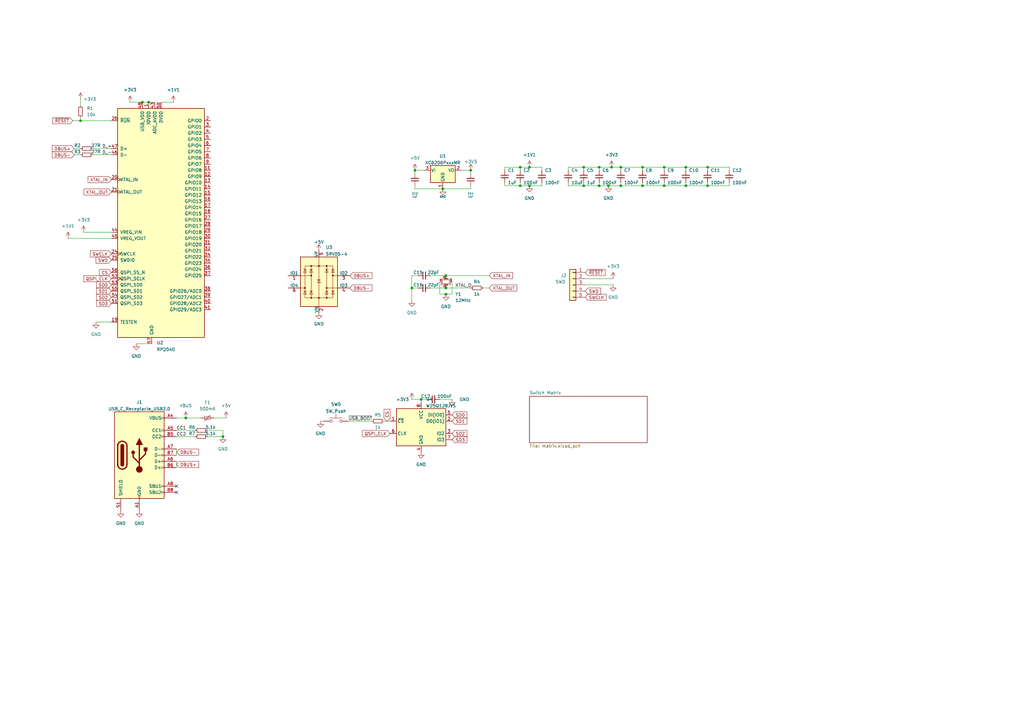
<source format=kicad_sch>
(kicad_sch (version 20211123) (generator eeschema)
  (paper "A3")
  (lib_symbols
    (symbol "Connector:USB_C_Receptacle_USB2.0" (pin_names (offset 1.016))
      (property "Reference" "J" (at -10.16 19.05 0))
      (property "Value" "USB_C_Receptacle_USB2.0" (at 19.05 19.05 0))
      (symbol "USB_C_Receptacle_USB2.0_0_0"
        (rectangle (start -0.254 -17.78) (end 0.254 -16.764))
        (rectangle (start 10.16 -14.986) (end 9.144 -15.494))
        (rectangle (start 10.16 -12.446) (end 9.144 -12.954))
        (rectangle (start 10.16 -4.826) (end 9.144 -5.334))
        (rectangle (start 10.16 -2.286) (end 9.144 -2.794))
        (rectangle (start 10.16 0.254) (end 9.144 -0.254))
        (rectangle (start 10.16 2.794) (end 9.144 2.286))
        (rectangle (start 10.16 7.874) (end 9.144 7.366))
        (rectangle (start 10.16 10.414) (end 9.144 9.906))
        (rectangle (start 10.16 15.494) (end 9.144 14.986))
      )
      (symbol "USB_C_Receptacle_USB2.0_0_1"
        (rectangle (start -10.16 17.78) (end 10.16 -17.78) (stroke (width 0.254)) (fill (type background)))
        (arc (start -8.89 -3.81) (mid -6.985 -5.715) (end -5.08 -3.81) (stroke (width 0.508)))
        (arc (start -7.62 -3.81) (mid -6.985 -4.445) (end -6.35 -3.81) (stroke (width 0.254)))
        (arc (start -7.62 -3.81) (mid -6.985 -4.445) (end -6.35 -3.81) (stroke (width 0.254)) (fill (type outline)))
        (rectangle (start -7.62 -3.81) (end -6.35 3.81) (stroke (width 0.254)) (fill (type outline)))
        (arc (start -6.35 3.81) (mid -6.985 4.445) (end -7.62 3.81) (stroke (width 0.254)))
        (arc (start -6.35 3.81) (mid -6.985 4.445) (end -7.62 3.81) (stroke (width 0.254)) (fill (type outline)))
        (arc (start -5.08 3.81) (mid -6.985 5.715) (end -8.89 3.81) (stroke (width 0.508)))
        (circle (center -2.54 1.143) (radius 0.635) (stroke (width 0.254)) (fill (type outline)))
        (circle (center 0 -5.842) (radius 1.27) (fill (type outline)))
        (polyline (pts (xy -8.89 -3.81) (xy -8.89 3.81)) (stroke (width 0.508)))
        (polyline (pts (xy -5.08 3.81) (xy -5.08 -3.81)) (stroke (width 0.508)))
        (polyline (pts (xy 0 -5.842) (xy 0 4.318)) (stroke (width 0.508)))
        (polyline (pts (xy 0 -3.302) (xy -2.54 -0.762) (xy -2.54 0.508)) (stroke (width 0.508)))
        (polyline (pts (xy 0 -2.032) (xy 2.54 0.508) (xy 2.54 1.778)) (stroke (width 0.508)))
        (polyline (pts (xy -1.27 4.318) (xy 0 6.858) (xy 1.27 4.318) (xy -1.27 4.318)) (stroke (width 0.254)) (fill (type outline)))
        (rectangle (start 1.905 1.778) (end 3.175 3.048) (stroke (width 0.254)) (fill (type outline)))
      )
      (symbol "USB_C_Receptacle_USB2.0_1_1"
        (pin passive line (at 0 -22.86 90) (length 5.08) (name "GND") (number "A1"))
        (pin passive line (at 0 -22.86 90) (length 5.08) hide (name "GND") (number "A12"))
        (pin passive line (at 15.24 15.24 180) (length 5.08) (name "VBUS") (number "A4"))
        (pin bidirectional line (at 15.24 10.16 180) (length 5.08) (name "CC1") (number "A5"))
        (pin bidirectional line (at 15.24 -2.54 180) (length 5.08) (name "D+") (number "A6"))
        (pin bidirectional line (at 15.24 2.54 180) (length 5.08) (name "D-") (number "A7"))
        (pin bidirectional line (at 15.24 -12.7 180) (length 5.08) (name "SBU1") (number "A8"))
        (pin passive line (at 15.24 15.24 180) (length 5.08) hide (name "VBUS") (number "A9"))
        (pin passive line (at 0 -22.86 90) (length 5.08) hide (name "GND") (number "B1"))
        (pin passive line (at 0 -22.86 90) (length 5.08) hide (name "GND") (number "B12"))
        (pin passive line (at 15.24 15.24 180) (length 5.08) hide (name "VBUS") (number "B4"))
        (pin bidirectional line (at 15.24 7.62 180) (length 5.08) (name "CC2") (number "B5"))
        (pin bidirectional line (at 15.24 -5.08 180) (length 5.08) (name "D+") (number "B6"))
        (pin bidirectional line (at 15.24 0 180) (length 5.08) (name "D-") (number "B7"))
        (pin bidirectional line (at 15.24 -15.24 180) (length 5.08) (name "SBU2") (number "B8"))
        (pin passive line (at 15.24 15.24 180) (length 5.08) hide (name "VBUS") (number "B9"))
        (pin passive line (at -7.62 -22.86 90) (length 5.08) (name "SHIELD") (number "S1"))
      )
    )
    (symbol "Connector_Generic:Conn_01x05" (pin_names (offset 1.016) hide)
      (property "Reference" "J" (at 0 7.62 0))
      (property "Value" "Conn_01x05" (at 0 -7.62 0))
      (symbol "Conn_01x05_1_1"
        (rectangle (start -1.27 -4.953) (end 0 -5.207) (stroke (width 0.1524)))
        (rectangle (start -1.27 -2.413) (end 0 -2.667) (stroke (width 0.1524)))
        (rectangle (start -1.27 0.127) (end 0 -0.127) (stroke (width 0.1524)))
        (rectangle (start -1.27 2.667) (end 0 2.413) (stroke (width 0.1524)))
        (rectangle (start -1.27 5.207) (end 0 4.953) (stroke (width 0.1524)))
        (rectangle (start -1.27 6.35) (end 1.27 -6.35) (stroke (width 0.254)) (fill (type background)))
        (pin passive line (at -5.08 5.08 0) (length 3.81) (name "Pin_1") (number "1"))
        (pin passive line (at -5.08 2.54 0) (length 3.81) (name "Pin_2") (number "2"))
        (pin passive line (at -5.08 0 0) (length 3.81) (name "Pin_3") (number "3"))
        (pin passive line (at -5.08 -2.54 0) (length 3.81) (name "Pin_4") (number "4"))
        (pin passive line (at -5.08 -5.08 0) (length 3.81) (name "Pin_5") (number "5"))
      )
    )
    (symbol "Device:C_Small" (pin_numbers hide) (pin_names (offset 0.254) hide)
      (property "Reference" "C" (at 0.254 1.778 0))
      (property "Value" "C_Small" (at 0.254 -2.032 0))
      (symbol "C_Small_0_1"
        (polyline (pts (xy -1.524 -0.508) (xy 1.524 -0.508)) (stroke (width 0.3302)))
        (polyline (pts (xy -1.524 0.508) (xy 1.524 0.508)) (stroke (width 0.3048)))
      )
      (symbol "C_Small_1_1"
        (pin passive line (at 0 2.54 270) (length 2.032) (name "~") (number "1"))
        (pin passive line (at 0 -2.54 90) (length 2.032) (name "~") (number "2"))
      )
    )
    (symbol "Device:Crystal_GND24_Small" (pin_names (offset 1.016) hide)
      (property "Reference" "Y" (at 1.27 4.445 0))
      (property "Value" "Crystal_GND24_Small" (at 1.27 2.54 0))
      (symbol "Crystal_GND24_Small_0_1"
        (rectangle (start -0.762 -1.524) (end 0.762 1.524))
        (polyline (pts (xy -1.27 -0.762) (xy -1.27 0.762)) (stroke (width 0.381)))
        (polyline (pts (xy 1.27 -0.762) (xy 1.27 0.762)) (stroke (width 0.381)))
        (polyline (pts (xy -1.27 -1.27) (xy -1.27 -1.905) (xy 1.27 -1.905) (xy 1.27 -1.27)))
        (polyline (pts (xy -1.27 1.27) (xy -1.27 1.905) (xy 1.27 1.905) (xy 1.27 1.27)))
      )
      (symbol "Crystal_GND24_Small_1_1"
        (pin passive line (at -2.54 0 0) (length 1.27) (name "1") (number "1"))
        (pin passive line (at 0 -2.54 90) (length 0.635) (name "2") (number "2"))
        (pin passive line (at 2.54 0 180) (length 1.27) (name "3") (number "3"))
        (pin passive line (at 0 2.54 270) (length 0.635) (name "4") (number "4"))
      )
    )
    (symbol "Device:Polyfuse_Small" (pin_numbers hide) (pin_names (offset 0))
      (property "Reference" "F" (at -1.905 0 90))
      (property "Value" "Polyfuse_Small" (at 1.905 0 90))
      (symbol "Polyfuse_Small_0_1"
        (rectangle (start -0.508 1.27) (end 0.508 -1.27))
        (polyline (pts (xy 0 2.54) (xy 0 -2.54)))
        (polyline (pts (xy -1.016 1.27) (xy -1.016 0.762) (xy 1.016 -0.762) (xy 1.016 -1.27)))
      )
      (symbol "Polyfuse_Small_1_1"
        (pin passive line (at 0 2.54 270) (length 0.635) (name "~") (number "1"))
        (pin passive line (at 0 -2.54 90) (length 0.635) (name "~") (number "2"))
      )
    )
    (symbol "Device:R_Small" (pin_numbers hide) (pin_names (offset 0.254) hide)
      (property "Reference" "R" (at 0.762 0.508 0))
      (property "Value" "R_Small" (at 0.762 -1.016 0))
      (symbol "R_Small_0_1"
        (rectangle (start -0.762 1.778) (end 0.762 -1.778) (stroke (width 0.2032)))
      )
      (symbol "R_Small_1_1"
        (pin passive line (at 0 2.54 270) (length 0.762) (name "~") (number "1"))
        (pin passive line (at 0 -2.54 90) (length 0.762) (name "~") (number "2"))
      )
    )
    (symbol "Memory_Flash:W25Q128JVS"
      (property "Reference" "U" (at -8.89 8.89 0))
      (property "Value" "W25Q128JVS" (at 7.62 8.89 0))
      (symbol "W25Q128JVS_0_1"
        (rectangle (start -10.16 7.62) (end 10.16 -7.62) (stroke (width 0.254)) (fill (type background)))
      )
      (symbol "W25Q128JVS_1_1"
        (pin input line (at -12.7 2.54 0) (length 2.54) (name "~{CS}") (number "1"))
        (pin bidirectional line (at 12.7 2.54 180) (length 2.54) (name "DO(IO1)") (number "2"))
        (pin bidirectional line (at 12.7 -2.54 180) (length 2.54) (name "IO2") (number "3"))
        (pin power_in line (at 0 -10.16 90) (length 2.54) (name "GND") (number "4"))
        (pin bidirectional line (at 12.7 5.08 180) (length 2.54) (name "DI(IO0)") (number "5"))
        (pin input line (at -12.7 -2.54 0) (length 2.54) (name "CLK") (number "6"))
        (pin bidirectional line (at 12.7 -5.08 180) (length 2.54) (name "IO3") (number "7"))
        (pin power_in line (at 0 10.16 270) (length 2.54) (name "VCC") (number "8"))
      )
    )
    (symbol "Regulator_Linear:XC6206PxxxMR" (pin_names (offset 0.254))
      (property "Reference" "U" (at -3.81 3.175 0))
      (property "Value" "XC6206PxxxMR" (at 0 3.175 0))
      (symbol "XC6206PxxxMR_0_1"
        (rectangle (start -5.08 1.905) (end 5.08 -5.08) (stroke (width 0.254)) (fill (type background)))
      )
      (symbol "XC6206PxxxMR_1_1"
        (pin power_in line (at 0 -7.62 90) (length 2.54) (name "GND") (number "1"))
        (pin power_out line (at 7.62 0 180) (length 2.54) (name "VO") (number "2"))
        (pin power_in line (at -7.62 0 0) (length 2.54) (name "VI") (number "3"))
      )
    )
    (symbol "Sleep-lib:RP2040" (pin_names (offset 1.016))
      (property "Reference" "U" (at 8.89 51.435 0))
      (property "Value" "RP2040" (at 8.89 48.895 0))
      (symbol "RP2040_0_0"
        (rectangle (start -17.78 -45.72) (end 17.78 48.26) (stroke (width 0.254)) (fill (type background)))
      )
      (symbol "RP2040_1_1"
        (pin power_in line (at -5.08 50.8 270) (length 2.54) (name "IOVDD") (number "1"))
        (pin power_in line (at -5.08 50.8 270) (length 2.54) hide (name "IOVDD") (number "10"))
        (pin input line (at 20.32 22.86 180) (length 2.54) (name "GPIO8") (number "11"))
        (pin input line (at 20.32 20.32 180) (length 2.54) (name "GPIO9") (number "12"))
        (pin input line (at 20.32 17.78 180) (length 2.54) (name "GPIO10") (number "13"))
        (pin input line (at 20.32 15.24 180) (length 2.54) (name "GPIO11") (number "14"))
        (pin input line (at 20.32 12.7 180) (length 2.54) (name "GPIO12") (number "15"))
        (pin input line (at 20.32 10.16 180) (length 2.54) (name "GPIO13") (number "16"))
        (pin input line (at 20.32 7.62 180) (length 2.54) (name "GPIO14") (number "17"))
        (pin input line (at 20.32 5.08 180) (length 2.54) (name "GPIO15") (number "18"))
        (pin input line (at -20.32 -39.37 0) (length 2.54) (name "TESTEN") (number "19"))
        (pin input line (at 20.32 43.18 180) (length 2.54) (name "GPIO0") (number "2"))
        (pin input clock (at -20.32 19.05 0) (length 2.54) (name "XTAL_IN") (number "20"))
        (pin input clock (at -20.32 13.97 0) (length 2.54) (name "XTAL_OUT") (number "21"))
        (pin power_in line (at -5.08 50.8 270) (length 2.54) hide (name "IOVDD") (number "22"))
        (pin power_in line (at 0 50.8 270) (length 2.54) hide (name "DVDD") (number "23"))
        (pin input clock (at -20.32 -11.43 0) (length 2.54) (name "SWCLK") (number "24"))
        (pin bidirectional line (at -20.32 -13.97 0) (length 2.54) (name "SWDIO") (number "25"))
        (pin input line (at -20.32 43.18 0) (length 2.54) (name "~{RUN}") (number "26"))
        (pin input line (at 20.32 2.54 180) (length 2.54) (name "GPIO16") (number "27"))
        (pin input line (at 20.32 0 180) (length 2.54) (name "GPIO17") (number "28"))
        (pin input line (at 20.32 -2.54 180) (length 2.54) (name "GPIO18") (number "29"))
        (pin input line (at 20.32 40.64 180) (length 2.54) (name "GPIO1") (number "3"))
        (pin input line (at 20.32 -5.08 180) (length 2.54) (name "GPIO19") (number "30"))
        (pin input line (at 20.32 -7.62 180) (length 2.54) (name "GPIO20") (number "31"))
        (pin input line (at 20.32 -10.16 180) (length 2.54) (name "GPIO21") (number "32"))
        (pin power_in line (at -5.08 50.8 270) (length 2.54) hide (name "IOVDD") (number "33"))
        (pin input line (at 20.32 -12.7 180) (length 2.54) (name "GPIO22") (number "34"))
        (pin input line (at 20.32 -15.24 180) (length 2.54) (name "GPIO23") (number "35"))
        (pin input line (at 20.32 -17.78 180) (length 2.54) (name "GPIO24") (number "36"))
        (pin input line (at 20.32 -20.32 180) (length 2.54) (name "GPIO25") (number "37"))
        (pin input line (at 20.32 -26.67 180) (length 2.54) (name "GPIO26/ADC0") (number "38"))
        (pin input line (at 20.32 -29.21 180) (length 2.54) (name "GPIO27/ADC1") (number "39"))
        (pin input line (at 20.32 38.1 180) (length 2.54) (name "GPIO2") (number "4"))
        (pin input line (at 20.32 -31.75 180) (length 2.54) (name "GPIO28/ADC2") (number "40"))
        (pin input line (at 20.32 -34.29 180) (length 2.54) (name "GPIO29/ADC3") (number "41"))
        (pin power_in line (at -5.08 50.8 270) (length 2.54) hide (name "IOVDD") (number "42"))
        (pin power_in line (at -2.54 50.8 270) (length 2.54) (name "ADC_AVDD") (number "43"))
        (pin power_in line (at -20.32 -2.54 0) (length 2.54) (name "VREG_VIN") (number "44"))
        (pin power_out line (at -20.32 -5.08 0) (length 2.54) (name "VREG_VOUT") (number "45"))
        (pin bidirectional line (at -20.32 29.21 0) (length 2.54) (name "D-") (number "46"))
        (pin bidirectional line (at -20.32 31.75 0) (length 2.54) (name "D+") (number "47"))
        (pin power_in line (at -7.62 50.8 270) (length 2.54) (name "USB_VDD") (number "48"))
        (pin power_in line (at -5.08 50.8 270) (length 2.54) hide (name "IOVDD") (number "49"))
        (pin input line (at 20.32 35.56 180) (length 2.54) (name "GPIO3") (number "5"))
        (pin power_in line (at 0 50.8 270) (length 2.54) (name "DVDD") (number "50"))
        (pin bidirectional line (at -20.32 -31.75 0) (length 2.54) (name "QSPI_SD3") (number "51"))
        (pin input clock (at -20.32 -21.59 0) (length 2.54) (name "QSPI_SCLK") (number "52"))
        (pin bidirectional line (at -20.32 -24.13 0) (length 2.54) (name "QSPI_SD0") (number "53"))
        (pin bidirectional line (at -20.32 -29.21 0) (length 2.54) (name "QSPI_SD2") (number "54"))
        (pin bidirectional line (at -20.32 -26.67 0) (length 2.54) (name "QSPI_SD1") (number "55"))
        (pin bidirectional line (at -20.32 -19.05 0) (length 2.54) (name "QSPI_SS_N") (number "56"))
        (pin power_in line (at -3.81 -48.26 90) (length 2.54) (name "GND") (number "57"))
        (pin input line (at 20.32 33.02 180) (length 2.54) (name "GPIO4") (number "6"))
        (pin input line (at 20.32 30.48 180) (length 2.54) (name "GPIO5") (number "7"))
        (pin input line (at 20.32 27.94 180) (length 2.54) (name "GPIO6") (number "8"))
        (pin input line (at 20.32 25.4 180) (length 2.54) (name "GPIO7") (number "9"))
      )
    )
    (symbol "Switch:SW_Push" (pin_numbers hide) (pin_names (offset 1.016) hide)
      (property "Reference" "SW" (at 1.27 2.54 0))
      (property "Value" "SW_Push" (at 0 -1.524 0))
      (symbol "SW_Push_0_1"
        (circle (center -2.032 0) (radius 0.508))
        (polyline (pts (xy 0 1.27) (xy 0 3.048)))
        (polyline (pts (xy 2.54 1.27) (xy -2.54 1.27)))
        (circle (center 2.032 0) (radius 0.508))
        (pin passive line (at -5.08 0 0) (length 2.54) (name "1") (number "1"))
        (pin passive line (at 5.08 0 180) (length 2.54) (name "2") (number "2"))
      )
    )
    (symbol "marbastlib-various:SRV05-4" (pin_names (offset 0))
      (property "Reference" "U" (at -5.08 11.43 0))
      (property "Value" "SRV05-4" (at 2.54 11.43 0))
      (symbol "SRV05-4_0_0"
        (rectangle (start -5.715 6.477) (end 5.715 -6.604))
        (polyline (pts (xy -3.175 -6.604) (xy -3.175 6.477)))
        (polyline (pts (xy 3.175 6.477) (xy 3.175 -6.604)))
      )
      (symbol "SRV05-4_0_1"
        (rectangle (start -7.62 10.16) (end 7.62 -10.16) (stroke (width 0.254)) (fill (type background)))
        (circle (center -5.715 -2.54) (radius 0.2794) (fill (type outline)))
        (circle (center -3.175 -6.604) (radius 0.2794) (fill (type outline)))
        (circle (center -3.175 2.54) (radius 0.2794) (fill (type outline)))
        (circle (center -3.175 6.477) (radius 0.2794) (fill (type outline)))
        (circle (center 0 -6.604) (radius 0.2794) (fill (type outline)))
        (polyline (pts (xy -7.747 2.54) (xy -3.175 2.54)))
        (polyline (pts (xy -7.62 -2.54) (xy -5.715 -2.54)))
        (polyline (pts (xy -5.08 -3.81) (xy -6.35 -3.81)))
        (polyline (pts (xy -5.08 5.08) (xy -6.35 5.08)))
        (polyline (pts (xy -2.54 -3.81) (xy -3.81 -3.81)))
        (polyline (pts (xy -2.54 5.08) (xy -3.81 5.08)))
        (polyline (pts (xy 0 10.16) (xy 0 -10.16)))
        (polyline (pts (xy 3.81 -3.81) (xy 2.54 -3.81)))
        (polyline (pts (xy 3.81 5.08) (xy 2.54 5.08)))
        (polyline (pts (xy 6.35 -3.81) (xy 5.08 -3.81)))
        (polyline (pts (xy 6.35 5.08) (xy 5.08 5.08)))
        (polyline (pts (xy 7.62 -2.54) (xy 3.175 -2.54)))
        (polyline (pts (xy 7.62 2.54) (xy 5.715 2.54)))
        (polyline (pts (xy 0.635 0.889) (xy -0.635 0.889) (xy -0.635 0.635)))
        (polyline (pts (xy -5.08 -5.08) (xy -6.35 -5.08) (xy -5.715 -3.81) (xy -5.08 -5.08)))
        (polyline (pts (xy -5.08 3.81) (xy -6.35 3.81) (xy -5.715 5.08) (xy -5.08 3.81)))
        (polyline (pts (xy -2.54 -5.08) (xy -3.81 -5.08) (xy -3.175 -3.81) (xy -2.54 -5.08)))
        (polyline (pts (xy -2.54 3.81) (xy -3.81 3.81) (xy -3.175 5.08) (xy -2.54 3.81)))
        (polyline (pts (xy 0.635 -0.381) (xy -0.635 -0.381) (xy 0 0.889) (xy 0.635 -0.381)))
        (polyline (pts (xy 3.81 -5.08) (xy 2.54 -5.08) (xy 3.175 -3.81) (xy 3.81 -5.08)))
        (polyline (pts (xy 3.81 3.81) (xy 2.54 3.81) (xy 3.175 5.08) (xy 3.81 3.81)))
        (polyline (pts (xy 6.35 -5.08) (xy 5.08 -5.08) (xy 5.715 -3.81) (xy 6.35 -5.08)))
        (polyline (pts (xy 6.35 3.81) (xy 5.08 3.81) (xy 5.715 5.08) (xy 6.35 3.81)))
        (circle (center 0 6.477) (radius 0.2794) (fill (type outline)))
        (circle (center 3.175 -6.604) (radius 0.2794) (fill (type outline)))
        (circle (center 3.175 -2.54) (radius 0.2794) (fill (type outline)))
        (circle (center 3.175 6.477) (radius 0.2794) (fill (type outline)))
        (circle (center 5.715 2.54) (radius 0.2794) (fill (type outline)))
      )
      (symbol "SRV05-4_1_1"
        (pin passive line (at -12.7 2.54 0) (length 5.08) (name "IO1") (number "1"))
        (pin passive line (at 0 -12.7 90) (length 2.54) (name "VN") (number "2"))
        (pin passive line (at 12.7 2.54 180) (length 5.08) (name "IO2") (number "3"))
        (pin passive line (at 12.7 -2.54 180) (length 5.08) (name "IO3") (number "4"))
        (pin passive line (at 0 12.7 270) (length 2.54) (name "VP") (number "5"))
        (pin passive line (at -12.7 -2.54 0) (length 5.08) (name "IO4") (number "6"))
      )
    )
    (symbol "power:+1V1" (power) (pin_names (offset 0))
      (property "Value" "+1V1" (at 0 3.556 0))
      (symbol "+1V1_0_1"
        (polyline (pts (xy -0.762 1.27) (xy 0 2.54)))
        (polyline (pts (xy 0 0) (xy 0 2.54)))
        (polyline (pts (xy 0 2.54) (xy 0.762 1.27)))
      )
      (symbol "+1V1_1_1"
        (pin power_in line (at 0 0 90) (length 0) hide (name "+1V1") (number "1"))
      )
    )
    (symbol "power:+3.3V" (power) (pin_names (offset 0))
      (property "Value" "+3.3V" (at 0 3.556 0))
      (symbol "+3.3V_0_1"
        (polyline (pts (xy -0.762 1.27) (xy 0 2.54)))
        (polyline (pts (xy 0 0) (xy 0 2.54)))
        (polyline (pts (xy 0 2.54) (xy 0.762 1.27)))
      )
      (symbol "+3.3V_1_1"
        (pin power_in line (at 0 0 90) (length 0) hide (name "+3V3") (number "1"))
      )
    )
    (symbol "power:+3V3" (power) (pin_names (offset 0))
      (property "Value" "+3V3" (at 0 3.556 0))
      (symbol "+3V3_0_1"
        (polyline (pts (xy -0.762 1.27) (xy 0 2.54)))
        (polyline (pts (xy 0 0) (xy 0 2.54)))
        (polyline (pts (xy 0 2.54) (xy 0.762 1.27)))
      )
      (symbol "+3V3_1_1"
        (pin power_in line (at 0 0 90) (length 0) hide (name "+3V3") (number "1"))
      )
    )
    (symbol "power:+5V" (power) (pin_names (offset 0))
      (property "Value" "+5V" (at 0 3.556 0))
      (symbol "+5V_0_1"
        (polyline (pts (xy -0.762 1.27) (xy 0 2.54)))
        (polyline (pts (xy 0 0) (xy 0 2.54)))
        (polyline (pts (xy 0 2.54) (xy 0.762 1.27)))
      )
      (symbol "+5V_1_1"
        (pin power_in line (at 0 0 90) (length 0) hide (name "+5V") (number "1"))
      )
    )
    (symbol "power:GND" (power) (pin_names (offset 0))
      (property "Value" "GND" (at 0 -3.81 0))
      (symbol "GND_0_1"
        (polyline (pts (xy 0 0) (xy 0 -1.27) (xy 1.27 -1.27) (xy 0 -2.54) (xy -1.27 -1.27) (xy 0 -1.27)))
      )
      (symbol "GND_1_1"
        (pin power_in line (at 0 0 270) (length 0) hide (name "GND") (number "1"))
      )
    )
    (symbol "power:VBUS" (power) (pin_names (offset 0))
      (property "Value" "VBUS" (at 0 3.81 0))
      (symbol "VBUS_0_1"
        (polyline (pts (xy -0.762 1.27) (xy 0 2.54)))
        (polyline (pts (xy 0 0) (xy 0 2.54)))
        (polyline (pts (xy 0 2.54) (xy 0.762 1.27)))
      )
      (symbol "VBUS_1_1"
        (pin power_in line (at 0 0 90) (length 0) hide (name "VBUS") (number "1"))
      )
    )
  )
  (junction (at 193.04 69.85) (diameter 0.9144))
  (junction (at 245.745 76.2))
  (junction (at 182.88 120.65))
  (junction (at 245.745 68.58))
  (junction (at 290.195 76.2))
  (junction (at 254.635 68.58))
  (junction (at 182.88 113.03))
  (junction (at 58.42 41.91))
  (junction (at 181.61 77.47) (diameter 0.9144))
  (junction (at 281.305 68.58))
  (junction (at 172.72 163.83))
  (junction (at 168.91 118.11))
  (junction (at 263.525 76.2))
  (junction (at 170.18 69.85) (diameter 0.9144))
  (junction (at 281.305 76.2))
  (junction (at 33.02 49.53))
  (junction (at 272.415 76.2))
  (junction (at 182.88 118.11))
  (junction (at 217.17 76.2))
  (junction (at 76.2 171.45))
  (junction (at 213.36 76.2))
  (junction (at 249.555 76.2))
  (junction (at 60.96 41.91))
  (junction (at 272.415 68.58))
  (junction (at 239.395 76.2))
  (junction (at 217.17 68.58))
  (junction (at 91.44 179.07))
  (junction (at 213.36 68.58))
  (junction (at 254.635 76.2))
  (junction (at 239.395 68.58))
  (junction (at 290.195 68.58))
  (junction (at 250.825 68.58))
  (junction (at 263.525 68.58))
  (no_connect (at 72.39 199.39))
  (no_connect (at 72.39 201.93))
  (wire (pts (xy 87.63 171.45) (xy 92.71 171.45)))
  (wire (pts (xy 281.305 68.58) (xy 281.305 69.85)))
  (wire (pts (xy 263.525 76.2) (xy 263.525 74.93)))
  (wire (pts (xy 182.88 113.03) (xy 200.66 113.03)))
  (wire (pts (xy 131.445 172.72) (xy 132.715 172.72)))
  (wire (pts (xy 239.395 74.93) (xy 239.395 76.2)))
  (wire (pts (xy 207.01 74.93) (xy 207.01 76.2)))
  (wire (pts (xy 245.745 68.58) (xy 250.825 68.58)))
  (wire (pts (xy 142.875 172.72) (xy 152.4 172.72)))
  (wire (pts (xy 172.72 163.83) (xy 172.72 165.1)))
  (wire (pts (xy 30.48 63.5) (xy 33.02 63.5)))
  (wire (pts (xy 217.17 68.58) (xy 213.36 68.58)))
  (wire (pts (xy 254.635 76.2) (xy 263.525 76.2)))
  (wire (pts (xy 172.72 163.83) (xy 175.26 163.83)))
  (wire (pts (xy 263.525 68.58) (xy 263.525 69.85)))
  (wire (pts (xy 233.045 69.85) (xy 233.045 68.58)))
  (wire (pts (xy 176.53 118.11) (xy 182.88 118.11)))
  (wire (pts (xy 181.61 77.47) (xy 193.04 77.47)))
  (wire (pts (xy 281.305 68.58) (xy 290.195 68.58)))
  (wire (pts (xy 233.045 76.2) (xy 239.395 76.2)))
  (wire (pts (xy 263.525 76.2) (xy 272.415 76.2)))
  (wire (pts (xy 245.745 74.93) (xy 245.745 76.2)))
  (wire (pts (xy 180.34 115.57) (xy 180.34 120.65)))
  (wire (pts (xy 180.34 120.65) (xy 182.88 120.65)))
  (wire (pts (xy 34.29 95.25) (xy 45.72 95.25)))
  (wire (pts (xy 213.36 68.58) (xy 213.36 69.85)))
  (wire (pts (xy 239.395 76.2) (xy 245.745 76.2)))
  (wire (pts (xy 168.91 118.11) (xy 168.91 123.19)))
  (wire (pts (xy 33.02 49.53) (xy 45.72 49.53)))
  (wire (pts (xy 299.085 76.2) (xy 299.085 74.93)))
  (wire (pts (xy 72.39 179.07) (xy 80.01 179.07)))
  (wire (pts (xy 193.04 69.85) (xy 193.04 71.12)))
  (wire (pts (xy 60.96 41.91) (xy 63.5 41.91)))
  (wire (pts (xy 240.03 114.3) (xy 251.46 114.3)))
  (wire (pts (xy 53.34 41.91) (xy 58.42 41.91)))
  (wire (pts (xy 168.91 118.11) (xy 171.45 118.11)))
  (wire (pts (xy 45.72 97.79) (xy 27.94 97.79)))
  (wire (pts (xy 290.195 76.2) (xy 299.085 76.2)))
  (wire (pts (xy 38.1 63.5) (xy 45.72 63.5)))
  (wire (pts (xy 193.04 76.2) (xy 193.04 77.47)))
  (wire (pts (xy 272.415 68.58) (xy 281.305 68.58)))
  (wire (pts (xy 290.195 76.2) (xy 290.195 74.93)))
  (wire (pts (xy 290.195 68.58) (xy 299.085 68.58)))
  (wire (pts (xy 254.635 68.58) (xy 254.635 69.85)))
  (wire (pts (xy 245.745 76.2) (xy 249.555 76.2)))
  (wire (pts (xy 281.305 74.93) (xy 281.305 76.2)))
  (wire (pts (xy 254.635 68.58) (xy 263.525 68.58)))
  (wire (pts (xy 185.42 115.57) (xy 185.42 120.65)))
  (wire (pts (xy 207.01 68.58) (xy 207.01 69.85)))
  (wire (pts (xy 290.195 68.58) (xy 290.195 69.85)))
  (wire (pts (xy 181.61 77.47) (xy 170.18 77.47)))
  (wire (pts (xy 213.36 68.58) (xy 207.01 68.58)))
  (wire (pts (xy 272.415 76.2) (xy 281.305 76.2)))
  (wire (pts (xy 85.09 179.07) (xy 91.44 179.07)))
  (wire (pts (xy 254.635 76.2) (xy 254.635 74.93)))
  (wire (pts (xy 72.39 171.45) (xy 76.2 171.45)))
  (wire (pts (xy 250.825 68.58) (xy 254.635 68.58)))
  (wire (pts (xy 72.39 184.15) (xy 72.39 186.69)))
  (wire (pts (xy 30.48 60.96) (xy 33.02 60.96)))
  (wire (pts (xy 272.415 68.58) (xy 272.415 69.85)))
  (wire (pts (xy 299.085 68.58) (xy 299.085 69.85)))
  (wire (pts (xy 222.25 76.2) (xy 222.25 74.93)))
  (wire (pts (xy 222.25 68.58) (xy 222.25 69.85)))
  (wire (pts (xy 170.18 69.85) (xy 170.18 71.12)))
  (wire (pts (xy 180.34 163.83) (xy 185.42 163.83)))
  (wire (pts (xy 170.18 69.85) (xy 173.99 69.85)))
  (wire (pts (xy 33.02 40.64) (xy 33.02 43.18)))
  (wire (pts (xy 72.39 189.23) (xy 72.39 191.77)))
  (wire (pts (xy 251.46 116.84) (xy 240.03 116.84)))
  (wire (pts (xy 29.845 49.53) (xy 33.02 49.53)))
  (wire (pts (xy 182.88 118.11) (xy 193.04 118.11)))
  (wire (pts (xy 157.48 172.72) (xy 160.02 172.72)))
  (wire (pts (xy 189.23 69.85) (xy 193.04 69.85)))
  (wire (pts (xy 213.36 76.2) (xy 217.17 76.2)))
  (wire (pts (xy 185.42 120.65) (xy 182.88 120.65)))
  (wire (pts (xy 91.44 176.53) (xy 91.44 179.07)))
  (wire (pts (xy 213.36 74.93) (xy 213.36 76.2)))
  (wire (pts (xy 239.395 68.58) (xy 239.395 69.85)))
  (wire (pts (xy 233.045 68.58) (xy 239.395 68.58)))
  (wire (pts (xy 72.39 176.53) (xy 80.01 176.53)))
  (wire (pts (xy 171.45 113.03) (xy 168.91 113.03)))
  (wire (pts (xy 55.88 140.97) (xy 62.23 140.97)))
  (wire (pts (xy 85.09 176.53) (xy 91.44 176.53)))
  (wire (pts (xy 176.53 113.03) (xy 182.88 113.03)))
  (wire (pts (xy 263.525 68.58) (xy 272.415 68.58)))
  (wire (pts (xy 281.305 76.2) (xy 290.195 76.2)))
  (wire (pts (xy 58.42 41.91) (xy 60.96 41.91)))
  (wire (pts (xy 245.745 68.58) (xy 239.395 68.58)))
  (wire (pts (xy 168.91 113.03) (xy 168.91 118.11)))
  (wire (pts (xy 38.1 60.96) (xy 45.72 60.96)))
  (wire (pts (xy 66.04 41.91) (xy 71.12 41.91)))
  (wire (pts (xy 249.555 76.2) (xy 254.635 76.2)))
  (wire (pts (xy 33.02 48.26) (xy 33.02 49.53)))
  (wire (pts (xy 233.045 74.93) (xy 233.045 76.2)))
  (wire (pts (xy 168.91 163.83) (xy 172.72 163.83)))
  (wire (pts (xy 198.12 118.11) (xy 200.66 118.11)))
  (wire (pts (xy 245.745 68.58) (xy 245.745 69.85)))
  (wire (pts (xy 76.2 171.45) (xy 82.55 171.45)))
  (wire (pts (xy 39.37 132.08) (xy 45.72 132.08)))
  (wire (pts (xy 272.415 74.93) (xy 272.415 76.2)))
  (wire (pts (xy 217.17 76.2) (xy 222.25 76.2)))
  (wire (pts (xy 207.01 76.2) (xy 213.36 76.2)))
  (wire (pts (xy 170.18 76.2) (xy 170.18 77.47)))
  (wire (pts (xy 217.17 68.58) (xy 222.25 68.58)))
  (label "CC2" (at 72.39 179.07 0))
  (label "D_+" (at 41.91 60.96 0))
  (label "D_-" (at 41.91 63.5 0))
  (label "CC1" (at 72.39 176.53 0))
  (label "XTAL_O" (at 186.69 118.11 0))
  (label "~{USB_BOOT}" (at 142.875 172.72 0))
  (global_label "DBUS+" (shape input) (at 143.51 113.03 0) (property "Intersheet References" "${INTERSHEET_REFS}" (effects hide)))
  (global_label "SD3" (shape input) (at 45.72 124.46 180) (property "Intersheet References" "${INTERSHEET_REFS}" (effects hide)))
  (global_label "CS" (shape input) (at 158.75 172.72 90) (property "Intersheet References" "${INTERSHEET_REFS}" (effects hide)))
  (global_label "QSPI_CLK" (shape input) (at 160.02 177.8 180) (property "Intersheet References" "${INTERSHEET_REFS}" (effects hide)))
  (global_label "SD3" (shape input) (at 185.42 180.34 0) (property "Intersheet References" "${INTERSHEET_REFS}" (effects hide)))
  (global_label "DBUS-" (shape input) (at 143.51 118.11 0) (property "Intersheet References" "${INTERSHEET_REFS}" (effects hide)))
  (global_label "DBUS-" (shape input) (at 72.39 185.42 0) (property "Intersheet References" "${INTERSHEET_REFS}" (effects hide)))
  (global_label "DBUS-" (shape input) (at 30.48 63.5 180) (property "Intersheet References" "${INTERSHEET_REFS}" (effects hide)))
  (global_label "QSPI_CLK" (shape input) (at 45.72 114.3 180) (property "Intersheet References" "${INTERSHEET_REFS}" (effects hide)))
  (global_label "SD0" (shape input) (at 185.42 170.18 0) (property "Intersheet References" "${INTERSHEET_REFS}" (effects hide)))
  (global_label "SD1" (shape input) (at 45.72 119.38 180) (property "Intersheet References" "${INTERSHEET_REFS}" (effects hide)))
  (global_label "SWCLK" (shape input) (at 45.72 104.14 180) (property "Intersheet References" "${INTERSHEET_REFS}" (effects hide)))
  (global_label "SWD" (shape input) (at 240.03 119.38 0) (property "Intersheet References" "${INTERSHEET_REFS}" (effects hide)))
  (global_label "SWD" (shape input) (at 45.72 106.68 180) (property "Intersheet References" "${INTERSHEET_REFS}" (effects hide)))
  (global_label "DBUS+" (shape input) (at 30.48 60.96 180) (property "Intersheet References" "${INTERSHEET_REFS}" (effects hide)))
  (global_label "~{RESET}" (shape input) (at 29.845 49.53 180) (property "Intersheet References" "${INTERSHEET_REFS}" (effects hide)))
  (global_label "SWCLK" (shape input) (at 240.03 121.92 0) (property "Intersheet References" "${INTERSHEET_REFS}" (effects hide)))
  (global_label "SD2" (shape input) (at 45.72 121.92 180) (property "Intersheet References" "${INTERSHEET_REFS}" (effects hide)))
  (global_label "SD1" (shape input) (at 185.42 172.72 0) (property "Intersheet References" "${INTERSHEET_REFS}" (effects hide)))
  (global_label "XTAL_IN" (shape input) (at 200.66 113.03 0) (property "Intersheet References" "${INTERSHEET_REFS}" (effects hide)))
  (global_label "XTAL_OUT" (shape input) (at 200.66 118.11 0) (property "Intersheet References" "${INTERSHEET_REFS}" (effects hide)))
  (global_label "XTAL_IN" (shape input) (at 45.72 73.66 180) (property "Intersheet References" "${INTERSHEET_REFS}" (effects hide)))
  (global_label "XTAL_OUT" (shape input) (at 45.72 78.74 180) (property "Intersheet References" "${INTERSHEET_REFS}" (effects hide)))
  (global_label "~{RESET}" (shape input) (at 240.03 111.76 0) (property "Intersheet References" "${INTERSHEET_REFS}" (effects hide)))
  (global_label "SD0" (shape input) (at 45.72 116.84 180) (property "Intersheet References" "${INTERSHEET_REFS}" (effects hide)))
  (global_label "DBUS+" (shape input) (at 72.39 190.5 0) (property "Intersheet References" "${INTERSHEET_REFS}" (effects hide)))
  (global_label "SD2" (shape input) (at 185.42 177.8 0) (property "Intersheet References" "${INTERSHEET_REFS}" (effects hide)))
  (global_label "CS" (shape input) (at 45.72 111.76 180) (property "Intersheet References" "${INTERSHEET_REFS}" (effects hide)))
  (symbol (lib_id "Device:C_Small") (at 233.045 72.39 0) (unit 1)
    (property "Reference" "C4" (at 234.315 69.8499 0) (effects (justify left)))
    (property "Value" "10uF" (at 234.315 74.9299 0) (effects (justify left)))
    (property "Footprint" "Capacitor_SMD:C_0402_1005Metric" (effects hide))
    (property "LCSC" "C15525" (effects hide))
  )
  (symbol (lib_id "power:+3V3") (at 34.29 95.25 0) (unit 1)
    (property "Reference" "#PWR?" (effects hide))
    (property "Value" "+3V3" (at 34.29 90.17 0))
  )
  (symbol (lib_id "power:+3V3") (at 53.34 41.91 0) (unit 1)
    (property "Reference" "#PWR02" (effects hide))
    (property "Value" "+3V3" (at 53.34 36.83 0))
  )
  (symbol (lib_id "Device:C_Small") (at 177.8 163.83 90) (unit 1)
    (property "Reference" "C17" (at 176.5299 162.56 90) (effects (justify left)))
    (property "Value" "100nF" (at 185.4199 162.56 90) (effects (justify left)))
    (property "Footprint" "Capacitor_SMD:C_0402_1005Metric" (effects hide))
    (property "LCSC" "C1525" (effects hide))
  )
  (symbol (lib_id "Device:C_Small") (at 299.085 72.39 0) (unit 1)
    (property "Reference" "C12" (at 300.355 69.8499 0) (effects (justify left)))
    (property "Value" "100nF" (at 300.355 74.9299 0) (effects (justify left)))
    (property "Footprint" "Capacitor_SMD:C_0402_1005Metric" (effects hide))
    (property "LCSC" "C1525" (effects hide))
  )
  (symbol (lib_id "power:GND") (at 172.72 185.42 0) (unit 1)
    (property "Reference" "#PWR023" (effects hide))
    (property "Value" "GND" (at 172.72 190.5 0))
  )
  (symbol (lib_id "Device:C_Small") (at 207.01 72.39 0) (unit 1)
    (property "Reference" "C1" (at 208.28 69.8499 0) (effects (justify left)))
    (property "Value" "1uF" (at 208.28 74.9299 0) (effects (justify left)))
    (property "Footprint" "Capacitor_SMD:C_0402_1005Metric" (effects hide))
    (property "LCSC" "C52923" (effects hide))
  )
  (symbol (lib_id "power:+5V") (at 170.18 69.85 0) (unit 1)
    (property "Reference" "#PWR06" (effects hide))
    (property "Value" "+5V" (at 170.18 64.77 0))
  )
  (symbol (lib_id "Device:C_Small") (at 263.525 72.39 0) (unit 1)
    (property "Reference" "C8" (at 264.795 69.8499 0) (effects (justify left)))
    (property "Value" "100nF" (at 264.795 74.9299 0) (effects (justify left)))
    (property "Footprint" "Capacitor_SMD:C_0402_1005Metric" (effects hide))
    (property "LCSC" "C1525" (effects hide))
  )
  (symbol (lib_id "Device:R_Small") (at 154.94 172.72 90) (unit 1)
    (property "Reference" "R5" (at 154.94 170.18 90))
    (property "Value" "1k" (at 154.94 175.26 90))
    (property "Footprint" "Resistor_SMD:R_0402_1005Metric" (effects hide))
    (property "LCSC" "C11702" (effects hide))
  )
  (symbol (lib_id "power:+3V3") (at 251.46 114.3 0) (unit 1)
    (property "Reference" "#PWR026" (effects hide))
    (property "Value" "+3V3" (at 251.46 109.22 0))
  )
  (symbol (lib_id "power:GND") (at 91.44 179.07 0) (unit 1)
    (property "Reference" "#PWR022" (effects hide))
    (property "Value" "GND" (at 91.44 184.15 0))
  )
  (symbol (lib_id "power:+1V1") (at 217.17 68.58 0) (unit 1)
    (property "Reference" "#PWR04" (effects hide))
    (property "Value" "+1V1" (at 217.17 63.5 0))
  )
  (symbol (lib_id "Device:C_Small") (at 290.195 72.39 0) (unit 1)
    (property "Reference" "C11" (at 291.465 69.8499 0) (effects (justify left)))
    (property "Value" "100nF" (at 291.465 74.9299 0) (effects (justify left)))
    (property "Footprint" "Capacitor_SMD:C_0402_1005Metric" (effects hide))
    (property "LCSC" "C1525" (effects hide))
  )
  (symbol (lib_id "power:GND") (at 49.53 209.55 0) (unit 1)
    (property "Reference" "#PWR024" (effects hide))
    (property "Value" "GND" (at 49.53 214.63 0))
  )
  (symbol (lib_id "marbastlib-various:SRV05-4") (at 130.81 115.57 0) (unit 1)
    (property "Reference" "U3" (at 133.5787 101.4435 0) (effects (justify left)))
    (property "Value" "SRV05-4" (at 133.5787 104.2186 0) (effects (justify left)))
    (property "Footprint" "marbastlib-various:SOT-23-6-routable" (effects hide))
    (property "Datasheet" "http://www.onsemi.com/pub/Collateral/SRV05-4-D.PDF" (effects hide))
  )
  (symbol (lib_id "Device:R_Small") (at 195.58 118.11 90) (unit 1)
    (property "Reference" "R4" (at 195.58 115.57 90))
    (property "Value" "1k" (at 195.58 120.65 90))
    (property "Footprint" "Resistor_SMD:R_0402_1005Metric" (effects hide))
    (property "LCSC" "C11702" (effects hide))
  )
  (symbol (lib_id "Connector_Generic:Conn_01x05") (at 234.95 116.84 0) (mirror y) (unit 1) (in_bom no)
    (property "Reference" "J2" (at 231.14 113.03 0))
    (property "Value" "SWD" (at 229.87 115.57 0))
    (property "Footprint" "Connector_PinSocket_2.54mm:PinSocket_1x05_P2.54mm_Vertical" (effects hide))
  )
  (symbol (lib_id "power:+1V1") (at 27.94 97.79 0) (unit 1)
    (property "Reference" "#PWR?" (effects hide))
    (property "Value" "+1V1" (at 27.94 92.71 0))
  )
  (symbol (lib_id "power:+3V3") (at 168.91 163.83 0) (unit 1)
    (property "Reference" "#PWR017" (effects hide))
    (property "Value" "+3V3" (at 165.1 163.83 0))
  )
  (symbol (lib_id "Regulator_Linear:XC6206PxxxMR") (at 181.61 69.85 0) (unit 1)
    (property "Reference" "U1" (at 181.61 63.9785 0))
    (property "Value" "XC6206PxxxMR" (at 181.61 66.7536 0))
    (property "Footprint" "Package_TO_SOT_SMD:SOT-23" (effects hide))
    (property "Datasheet" "https://www.torexsemi.com/file/xc6206/XC6206.pdf" (effects hide))
  )
  (symbol (lib_id "Device:C_Small") (at 254.635 72.39 0) (unit 1)
    (property "Reference" "C7" (at 255.905 69.8499 0) (effects (justify left)))
    (property "Value" "100nF" (at 255.905 74.9299 0) (effects (justify left)))
    (property "Footprint" "Capacitor_SMD:C_0402_1005Metric" (effects hide))
    (property "LCSC" "C1525" (effects hide))
  )
  (symbol (lib_id "Device:R_Small") (at 35.56 60.96 90) (unit 1)
    (property "Reference" "R2" (at 31.75 59.69 90))
    (property "Value" "27R" (at 39.37 59.69 90))
    (property "Footprint" "Resistor_SMD:R_0603_1608Metric" (effects hide))
    (property "LCSC" "C25190" (effects hide))
  )
  (symbol (lib_id "power:GND") (at 185.42 163.83 0) (unit 1)
    (property "Reference" "#PWR018" (effects hide))
    (property "Value" "GND" (at 190.5 163.83 0))
  )
  (symbol (lib_id "Sleep-lib:RP2040") (at 66.04 92.71 0) (unit 1)
    (property "Reference" "U2" (at 64.2494 140.5795 0) (effects (justify left)))
    (property "Value" "RP2040" (at 64.2494 143.3546 0) (effects (justify left)))
    (property "Footprint" "Sleep-lib:RP2040-QFN-56" (effects hide))
    (property "Datasheet" "https://datasheets.raspberrypi.com/rp2040/rp2040-datasheet.pdf" (effects hide))
  )
  (symbol (lib_id "Device:C_Small") (at 239.395 72.39 0) (unit 1)
    (property "Reference" "C5" (at 240.665 69.8499 0) (effects (justify left)))
    (property "Value" "1uF" (at 240.665 74.9299 0) (effects (justify left)))
    (property "Footprint" "Capacitor_SMD:C_0402_1005Metric" (effects hide))
    (property "LCSC" "C52923" (effects hide))
  )
  (symbol (lib_id "power:+1V1") (at 71.12 41.91 0) (unit 1)
    (property "Reference" "#PWR03" (effects hide))
    (property "Value" "+1V1" (at 71.12 36.83 0))
  )
  (symbol (lib_id "Device:Crystal_GND24_Small") (at 182.88 115.57 90) (unit 1)
    (property "Reference" "Y1" (at 186.69 120.65 90) (effects (justify right)))
    (property "Value" "12MHz" (at 186.69 123.19 90) (effects (justify right)))
    (property "Footprint" "Crystal:Crystal_SMD_3225-4Pin_3.2x2.5mm" (effects hide))
    (property "LCSC" "C9002" (effects hide))
  )
  (symbol (lib_id "Connector:USB_C_Receptacle_USB2.0") (at 57.15 186.69 0) (unit 1)
    (property "Reference" "J1" (at 57.15 164.9435 0))
    (property "Value" "USB_C_Receptacle_USB2.0" (at 57.15 167.7186 0))
    (property "Footprint" "Connector_USB:USB_C_Receptacle_HRO_TYPE-C-31-M-12" (effects hide))
    (property "Datasheet" "https://www.usb.org/sites/default/files/documents/usb_type-c.zip" (effects hide))
  )
  (symbol (lib_id "power:+5V") (at 130.81 102.87 0) (unit 1)
    (property "Reference" "#PWR011" (effects hide))
    (property "Value" "+5V" (at 130.81 99.2655 0))
  )
  (symbol (lib_id "Device:C_Small") (at 173.99 113.03 90) (unit 1)
    (property "Reference" "C15" (at 171.45 111.76 90))
    (property "Value" "22pF" (at 177.8 111.76 90))
    (property "Footprint" "Capacitor_SMD:C_0402_1005Metric" (effects hide))
    (property "LCSC" "C1555" (effects hide))
  )
  (symbol (lib_id "power:+5V") (at 92.71 171.45 0) (unit 1)
    (property "Reference" "#PWR020" (effects hide))
    (property "Value" "+5V" (at 92.71 166.37 0))
  )
  (symbol (lib_id "power:+3V3") (at 250.825 68.58 0) (unit 1)
    (property "Reference" "#PWR05" (effects hide))
    (property "Value" "+3V3" (at 250.825 63.5 0))
  )
  (symbol (lib_id "power:VBUS") (at 76.2 171.45 0) (unit 1)
    (property "Reference" "#PWR019" (effects hide))
    (property "Value" "VBUS" (at 76.2 166.37 0))
  )
  (symbol (lib_id "Device:R_Small") (at 35.56 63.5 90) (unit 1)
    (property "Reference" "R3" (at 31.75 62.23 90))
    (property "Value" "27R" (at 39.37 62.23 90))
    (property "Footprint" "Resistor_SMD:R_0603_1608Metric" (effects hide))
    (property "LCSC" "C25190" (effects hide))
  )
  (symbol (lib_id "power:GND") (at 39.37 132.08 0) (unit 1)
    (property "Reference" "#PWR015" (effects hide))
    (property "Value" "GND" (at 39.37 137.16 0))
  )
  (symbol (lib_id "Device:C_Small") (at 173.99 118.11 90) (unit 1)
    (property "Reference" "C16" (at 171.45 116.84 90))
    (property "Value" "22pF" (at 177.8 116.84 90))
    (property "Footprint" "Capacitor_SMD:C_0402_1005Metric" (effects hide))
    (property "LCSC" "C1555" (effects hide))
  )
  (symbol (lib_id "power:GND") (at 130.81 128.27 0) (unit 1)
    (property "Reference" "#PWR014" (effects hide))
    (property "Value" "GND" (at 130.81 132.8325 0))
  )
  (symbol (lib_id "power:GND") (at 181.61 77.47 0) (unit 1)
    (property "Reference" "#PWR010" (effects hide))
    (property "Value" "GND" (at 181.61 80.645 0) (effects (font (size 0.762 0.762))))
  )
  (symbol (lib_id "Device:C_Small") (at 213.36 72.39 0) (unit 1)
    (property "Reference" "C2" (at 214.63 69.8499 0) (effects (justify left)))
    (property "Value" "100nF" (at 214.63 74.9299 0) (effects (justify left)))
    (property "Footprint" "Capacitor_SMD:C_0402_1005Metric" (effects hide))
    (property "LCSC" "C1525" (effects hide))
  )
  (symbol (lib_id "power:GND") (at 57.15 209.55 0) (unit 1)
    (property "Reference" "#PWR025" (effects hide))
    (property "Value" "GND" (at 57.15 214.63 0))
  )
  (symbol (lib_id "Device:C_Small") (at 193.04 73.66 180) (unit 1)
    (property "Reference" "C14" (at 193.04 79.375 0) (effects (font (size 0.762 0.762))))
    (property "Value" "1uF" (at 193.04 80.645 0) (effects (font (size 0.762 0.762))))
    (property "Footprint" "Capacitor_SMD:C_0402_1005Metric" (effects hide))
    (property "LCSC" "C52923" (effects hide))
  )
  (symbol (lib_id "power:GND") (at 131.445 172.72 0) (unit 1)
    (property "Reference" "#PWR021" (effects hide))
    (property "Value" "GND" (at 131.445 177.8 0))
  )
  (symbol (lib_id "Device:R_Small") (at 82.55 179.07 90) (unit 1)
    (property "Reference" "R7" (at 78.74 177.8 90))
    (property "Value" "5.1k" (at 86.36 177.8 90))
    (property "Footprint" "Resistor_SMD:R_0402_1005Metric" (effects hide))
    (property "LCSC" "C25905" (effects hide))
  )
  (symbol (lib_id "power:GND") (at 182.88 120.65 0) (unit 1)
    (property "Reference" "#PWR012" (effects hide))
    (property "Value" "GND" (at 182.88 125.73 0))
  )
  (symbol (lib_id "power:GND") (at 249.555 76.2 0) (unit 1)
    (property "Reference" "#PWR09" (effects hide))
    (property "Value" "GND" (at 249.555 81.28 0))
  )
  (symbol (lib_id "Device:C_Small") (at 222.25 72.39 0) (unit 1)
    (property "Reference" "C3" (at 223.52 69.8499 0) (effects (justify left)))
    (property "Value" "100nF" (at 223.52 74.9299 0) (effects (justify left)))
    (property "Footprint" "Capacitor_SMD:C_0402_1005Metric" (effects hide))
    (property "LCSC" "C1525" (effects hide))
  )
  (symbol (lib_id "power:+3.3V") (at 193.04 69.85 0) (unit 1)
    (property "Reference" "#PWR07" (effects hide))
    (property "Value" "+3.3V" (at 193.04 66.3026 0))
  )
  (symbol (lib_id "Device:R_Small") (at 33.02 45.72 0) (unit 1)
    (property "Reference" "R1" (at 35.56 44.4499 0) (effects (justify left)))
    (property "Value" "10k" (at 35.56 46.9899 0) (effects (justify left)))
    (property "Footprint" "Resistor_SMD:R_0402_1005Metric" (effects hide))
    (property "LCSC" "C25744" (effects hide))
  )
  (symbol (lib_id "power:+3V3") (at 33.02 40.64 0) (unit 1)
    (property "Reference" "#PWR01" (effects hide))
    (property "Value" "+3V3" (at 36.83 40.64 0))
  )
  (symbol (lib_id "Device:Polyfuse_Small") (at 85.09 171.45 90) (unit 1)
    (property "Reference" "F1" (at 85.09 165.1 90))
    (property "Value" "500mA" (at 85.09 167.64 90))
    (property "Footprint" "Fuse:Fuse_1206_3216Metric" (effects hide))
    (property "LCSC" "C70076" (effects hide))
  )
  (symbol (lib_id "Switch:SW_Push") (at 137.795 172.72 0) (unit 1) (in_bom no)
    (property "Reference" "SW0" (at 137.795 165.8325 0))
    (property "Value" "SW_Push" (at 137.795 168.6076 0))
    (property "Footprint" "Connector_PinSocket_2.54mm:PinSocket_1x02_P2.54mm_Vertical" (effects hide))
  )
  (symbol (lib_id "power:GND") (at 217.17 76.2 0) (unit 1)
    (property "Reference" "#PWR08" (effects hide))
    (property "Value" "GND" (at 217.17 81.28 0))
  )
  (symbol (lib_id "Device:C_Small") (at 245.745 72.39 0) (unit 1)
    (property "Reference" "C6" (at 247.015 69.8499 0) (effects (justify left)))
    (property "Value" "100nF" (at 247.015 74.9299 0) (effects (justify left)))
    (property "Footprint" "Capacitor_SMD:C_0402_1005Metric" (effects hide))
    (property "LCSC" "C1525" (effects hide))
  )
  (symbol (lib_id "power:GND") (at 55.88 140.97 0) (unit 1)
    (property "Reference" "#PWR016" (effects hide))
    (property "Value" "GND" (at 55.88 146.05 0))
  )
  (symbol (lib_id "power:GND") (at 251.46 116.84 0) (unit 1)
    (property "Reference" "#PWR027" (effects hide))
    (property "Value" "GND" (at 251.46 121.92 0))
  )
  (symbol (lib_id "Device:C_Small") (at 170.18 73.66 180) (unit 1)
    (property "Reference" "C13" (at 170.18 79.375 0) (effects (font (size 0.762 0.762))))
    (property "Value" "1uF" (at 170.18 80.645 0) (effects (font (size 0.762 0.762))))
    (property "Footprint" "Capacitor_SMD:C_0402_1005Metric" (effects hide))
    (property "LCSC" "C52923" (effects hide))
  )
  (symbol (lib_id "Device:C_Small") (at 281.305 72.39 0) (unit 1)
    (property "Reference" "C10" (at 282.575 69.8499 0) (effects (justify left)))
    (property "Value" "100nF" (at 282.575 74.9299 0) (effects (justify left)))
    (property "Footprint" "Capacitor_SMD:C_0402_1005Metric" (effects hide))
    (property "LCSC" "C1525" (effects hide))
  )
  (symbol (lib_id "Device:C_Small") (at 272.415 72.39 0) (unit 1)
    (property "Reference" "C9" (at 273.685 69.8499 0) (effects (justify left)))
    (property "Value" "100nF" (at 273.685 74.9299 0) (effects (justify left)))
    (property "Footprint" "Capacitor_SMD:C_0402_1005Metric" (effects hide))
    (property "LCSC" "C1525" (effects hide))
  )
  (symbol (lib_id "Memory_Flash:W25Q128JVS") (at 172.72 175.26 0) (unit 1)
    (property "Reference" "U4" (at 174.7394 163.6735 0) (effects (justify left)))
    (property "Value" "W25Q128JVS" (at 174.7394 166.4486 0) (effects (justify left)))
    (property "Footprint" "Package_SO:SOIC-8_5.23x5.23mm_P1.27mm" (effects hide))
    (property "Datasheet" "http://www.winbond.com/resource-files/w25q128jv_dtr%20revc%2003272018%20plus.pdf" (effects hide))
  )
  (symbol (lib_id "Device:R_Small") (at 82.55 176.53 90) (unit 1)
    (property "Reference" "R6" (at 78.74 175.26 90))
    (property "Value" "5.1k" (at 86.36 175.26 90))
    (property "Footprint" "Resistor_SMD:R_0402_1005Metric" (effects hide))
    (property "LCSC" "C25905" (effects hide))
  )
  (symbol (lib_id "power:GND") (at 168.91 123.19 0) (unit 1)
    (property "Reference" "#PWR013" (effects hide))
    (property "Value" "GND" (at 168.91 128.27 0))
  )
  (sheet (at 217.17 162.56) (size 48.26 19.05) (stroke (width 0.1524))
    (property "Sheet name" "Switch Matrix" (at 217.17 161.8484 0) (effects (justify left bottom)))
    (property "Sheet file" "matrix.kicad_sch" (at 217.17 182.1946 0) (effects (justify left top)))
  )
)
</source>
